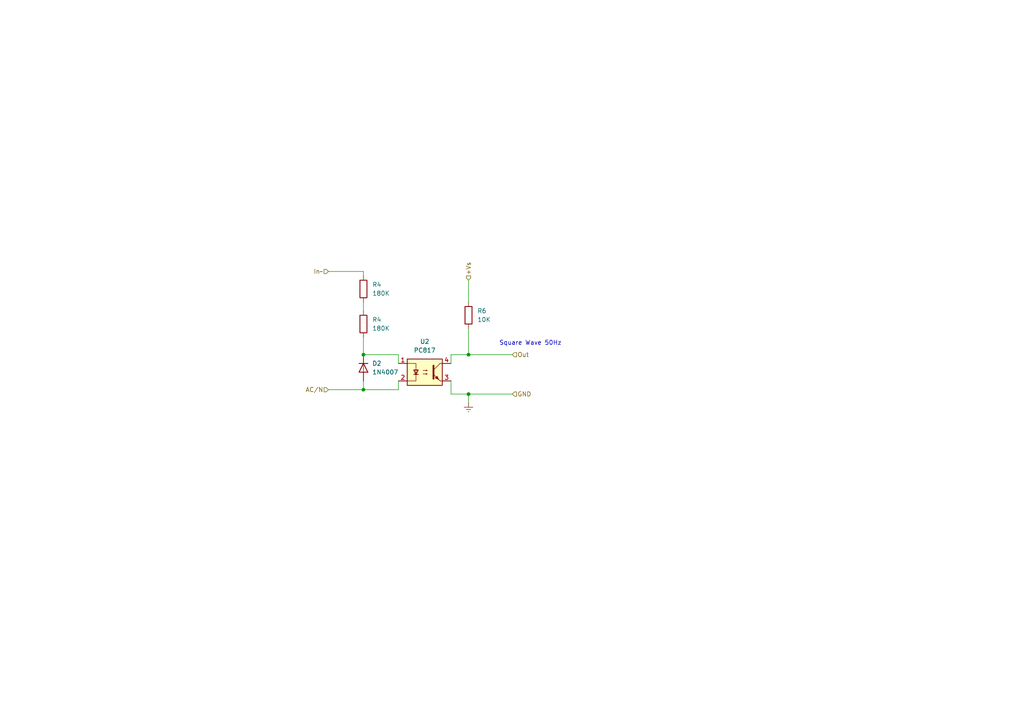
<source format=kicad_sch>
(kicad_sch (version 20230121) (generator eeschema)
  (paper "A4")
  (lib_symbols
    (symbol "Device:R" (pin_numbers hide) (pin_names (offset 0))
      (property "Reference" "R" (at 2.032 0 90))
      (property "Value" "R" (at 0 0 90))
      (symbol "R_0_1"
        (rectangle (start -1.016 -2.54) (end 1.016 2.54) (stroke (width 0.254)))
      )
      (symbol "R_1_1"
        (pin passive line (at 0 3.81 270) (length 1.27) (name "~") (number "1"))
        (pin passive line (at 0 -3.81 90) (length 1.27) (name "~") (number "2"))
      )
    )
    (symbol "Diode:1N4148" (pin_numbers hide) (pin_names hide)
      (property "Reference" "D" (at 0 2.54 0))
      (property "Value" "1N4148" (at 0 -2.54 0))
      (symbol "1N4148_0_1"
        (polyline (pts (xy -1.27 1.27) (xy -1.27 -1.27)) (stroke (width 0.254)))
        (polyline (pts (xy 1.27 0) (xy -1.27 0)))
        (polyline (pts (xy 1.27 1.27) (xy 1.27 -1.27) (xy -1.27 0) (xy 1.27 1.27)) (stroke (width 0.254)))
      )
      (symbol "1N4148_1_1"
        (pin passive line (at -3.81 0 0) (length 2.54) (name "K") (number "1"))
        (pin passive line (at 3.81 0 180) (length 2.54) (name "A") (number "2"))
      )
    )
    (symbol "Isolator:PC817" (pin_names (offset 1.016))
      (property "Reference" "U" (at -5.08 5.08 0))
      (property "Value" "PC817" (at 0 5.08 0))
      (symbol "PC817_0_1"
        (rectangle (start -5.08 3.81) (end 5.08 -3.81) (stroke (width 0.254)) (fill (type background)))
        (polyline (pts (xy -3.175 -0.635) (xy -1.905 -0.635)) (stroke (width 0.254)))
        (polyline (pts (xy 2.54 0.635) (xy 4.445 2.54)))
        (polyline (pts (xy 4.445 -2.54) (xy 2.54 -0.635)) (fill (type outline)))
        (polyline (pts (xy 4.445 -2.54) (xy 5.08 -2.54)))
        (polyline (pts (xy 4.445 2.54) (xy 5.08 2.54)))
        (polyline (pts (xy -5.08 2.54) (xy -2.54 2.54) (xy -2.54 -0.635)))
        (polyline (pts (xy -2.54 -0.635) (xy -2.54 -2.54) (xy -5.08 -2.54)))
        (polyline (pts (xy 2.54 1.905) (xy 2.54 -1.905) (xy 2.54 -1.905)) (stroke (width 0.508)))
        (polyline (pts (xy -2.54 -0.635) (xy -3.175 0.635) (xy -1.905 0.635) (xy -2.54 -0.635)) (stroke (width 0.254)))
        (polyline (pts (xy -0.508 -0.508) (xy 0.762 -0.508) (xy 0.381 -0.635) (xy 0.381 -0.381) (xy 0.762 -0.508)))
        (polyline (pts (xy -0.508 0.508) (xy 0.762 0.508) (xy 0.381 0.381) (xy 0.381 0.635) (xy 0.762 0.508)))
        (polyline (pts (xy 3.048 -1.651) (xy 3.556 -1.143) (xy 4.064 -2.159) (xy 3.048 -1.651) (xy 3.048 -1.651)) (fill (type outline)))
      )
      (symbol "PC817_1_1"
        (pin passive line (at -7.62 2.54 0) (length 2.54) (name "~") (number "1"))
        (pin passive line (at -7.62 -2.54 0) (length 2.54) (name "~") (number "2"))
        (pin passive line (at 7.62 -2.54 180) (length 2.54) (name "~") (number "3"))
        (pin passive line (at 7.62 2.54 180) (length 2.54) (name "~") (number "4"))
      )
    )
    (symbol "power:Earth" (power) (pin_names (offset 0))
      (symbol "Earth_0_1"
        (polyline (pts (xy -0.635 -1.905) (xy 0.635 -1.905)))
        (polyline (pts (xy -0.127 -2.54) (xy 0.127 -2.54)))
        (polyline (pts (xy 0 -1.27) (xy 0 0)))
        (polyline (pts (xy 1.27 -1.27) (xy -1.27 -1.27)))
      )
      (symbol "Earth_1_1"
        (pin power_in line (at 0 0 270) (length 0) hide (name "Earth") (number "1"))
      )
    )
  )
  (junction (at 105.41 102.87))
  (junction (at 135.89 102.87))
  (junction (at 105.41 113.03))
  (junction (at 135.89 114.3))
  (wire (pts (xy 105.41 97.79) (xy 105.41 102.87)))
  (wire (pts (xy 105.41 87.63) (xy 105.41 90.17)))
  (wire (pts (xy 105.41 110.49) (xy 105.41 113.03)))
  (wire (pts (xy 130.81 105.41) (xy 130.81 102.87)))
  (wire (pts (xy 115.57 102.87) (xy 105.41 102.87)))
  (wire (pts (xy 130.81 114.3) (xy 135.89 114.3)))
  (wire (pts (xy 115.57 110.49) (xy 115.57 113.03)))
  (wire (pts (xy 135.89 114.3) (xy 148.59 114.3)))
  (wire (pts (xy 135.89 95.25) (xy 135.89 102.87)))
  (wire (pts (xy 135.89 81.28) (xy 135.89 87.63)))
  (wire (pts (xy 95.25 78.74) (xy 105.41 78.74)))
  (wire (pts (xy 105.41 78.74) (xy 105.41 80.01)))
  (wire (pts (xy 115.57 105.41) (xy 115.57 102.87)))
  (wire (pts (xy 135.89 102.87) (xy 148.59 102.87)))
  (wire (pts (xy 130.81 110.49) (xy 130.81 114.3)))
  (wire (pts (xy 130.81 102.87) (xy 135.89 102.87)))
  (wire (pts (xy 95.25 113.03) (xy 105.41 113.03)))
  (wire (pts (xy 135.89 116.84) (xy 135.89 114.3)))
  (wire (pts (xy 105.41 113.03) (xy 115.57 113.03)))
  (text "Square Wave 50Hz" (at 144.78 100.33 0) (effects (font (size 1.27 1.27)) (justify left bottom)))
  (hierarchical_label "In~" (shape input) (at 95.25 78.74 180))
  (hierarchical_label "GND" (shape input) (at 148.59 114.3 0))
  (hierarchical_label "AC{slash}N" (shape input) (at 95.25 113.03 180))
  (hierarchical_label "Out" (shape input) (at 148.59 102.87 0))
  (hierarchical_label "+Vs" (shape input) (at 135.89 81.28 90))
  (symbol (lib_id "Diode:1N4148") (at 105.41 106.68 270) (unit 1)
    (property "Reference" "D2" (at 107.95 105.41 90) (effects (justify left)))
    (property "Value" "1N4007" (at 107.95 107.95 90) (effects (justify left)))
    (property "Footprint" "Diode_SMD:D_SMA" (effects hide))
    (property "Datasheet" "https://assets.nexperia.com/documents/data-sheet/1N4148_1N4448.pdf" (effects hide))
    (property "Sim.Device" "D" (effects hide))
    (property "Sim.Pins" "1=K 2=A" (effects hide))
    (instances (project "ACSensor-3N" (path "" (reference "D2") (unit 1))) (project "WemosD1Mini-8266" (path "" (reference "D3") (unit 1)) (path "" (reference "D6") (unit 1)) (path "" (reference "D1") (unit 1)) (path "" (reference "D2") (unit 1)) (path "" (reference "D3") (unit 1)) (path "" (reference "D4") (unit 1))))
  )
  (symbol (lib_id "power:Earth") (at 135.89 116.84 0) (unit 1)
    (property "Reference" "#PWR01" (effects hide))
    (property "Value" "Earth" (effects hide))
    (instances (project "ACSensor-3N" (path "" (reference "#PWR01") (unit 1))) (project "WemosD1Mini-8266" (path "" (reference "#PWR05") (unit 1)) (path "" (reference "#PWR010") (unit 1)) (path "" (reference "#PWR07") (unit 1)) (path "" (reference "#PWR01") (unit 1)) (path "" (reference "#PWR02") (unit 1)) (path "" (reference "#PWR03") (unit 1))))
  )
  (symbol (lib_id "Isolator:PC817") (at 123.19 107.95 0) (unit 1)
    (property "Reference" "U2" (at 123.19 99.06 0))
    (property "Value" "PC817" (at 123.19 101.6 0))
    (property "Footprint" "Package_DIP:DIP-4_W7.62mm_SMDSocket_SmallPads" (effects hide))
    (property "Datasheet" "http://www.soselectronic.cz/a_info/resource/d/pc817.pdf" (effects hide))
    (instances (project "ACSensor-3N" (path "" (reference "U2") (unit 1))) (project "WemosD1Mini-8266" (path "" (reference "U3") (unit 1)) (path "" (reference "U6") (unit 1)) (path "" (reference "U1") (unit 1)) (path "" (reference "U2") (unit 1)) (path "" (reference "U3") (unit 1)) (path "" (reference "U4") (unit 1))))
  )
  (symbol (lib_id "Device:R") (at 135.89 91.44 0) (unit 1)
    (property "Reference" "R6" (at 138.43 90.17 0) (effects (justify left)))
    (property "Value" "10K" (at 138.43 92.71 0) (effects (justify left)))
    (property "Footprint" "Resistor_SMD:R_0603_1608Metric_Pad0.98x0.95mm_HandSolder" (effects hide))
    (instances (project "ACSensor-3N" (path "" (reference "R6") (unit 1))) (project "WemosD1Mini-8266" (path "" (reference "R9") (unit 1)) (path "" (reference "R18") (unit 1)) (path "" (reference "R3") (unit 1)) (path "" (reference "R6") (unit 1)) (path "" (reference "R9") (unit 1)) (path "" (reference "R12") (unit 1))))
  )
  (symbol (lib_id "Device:R") (at 105.41 83.82 0) (unit 1)
    (property "Reference" "R4" (at 107.95 82.55 0) (effects (justify left)))
    (property "Value" "180K" (at 107.95 85.09 0) (effects (justify left)))
    (property "Footprint" "Resistor_SMD:R_0805_2012Metric_Pad1.20x1.40mm_HandSolder" (effects hide))
    (instances (project "ACSensor-3N" (path "" (reference "R4") (unit 1))) (project "WemosD1Mini-8266" (path "" (reference "R3") (unit 1)) (path "" (reference "R12") (unit 1)) (path "" (reference "R1") (unit 1)) (path "" (reference "R4") (unit 1)) (path "" (reference "R7") (unit 1)) (path "" (reference "R10") (unit 1))))
  )
  (symbol (lib_id "Device:R") (at 105.41 93.98 0) (unit 1)
    (property "Reference" "R4" (at 107.95 92.71 0) (effects (justify left)))
    (property "Value" "180K" (at 107.95 95.25 0) (effects (justify left)))
    (property "Footprint" "Resistor_SMD:R_0805_2012Metric_Pad1.20x1.40mm_HandSolder" (effects hide))
    (instances (project "ACSensor-3N" (path "" (reference "R4") (unit 1))) (project "WemosD1Mini-8266" (path "" (reference "R3") (unit 1)) (path "" (reference "R12") (unit 1)) (path "" (reference "R2") (unit 1)) (path "" (reference "R5") (unit 1)) (path "" (reference "R8") (unit 1)) (path "" (reference "R11") (unit 1))))
  )
)
</source>
